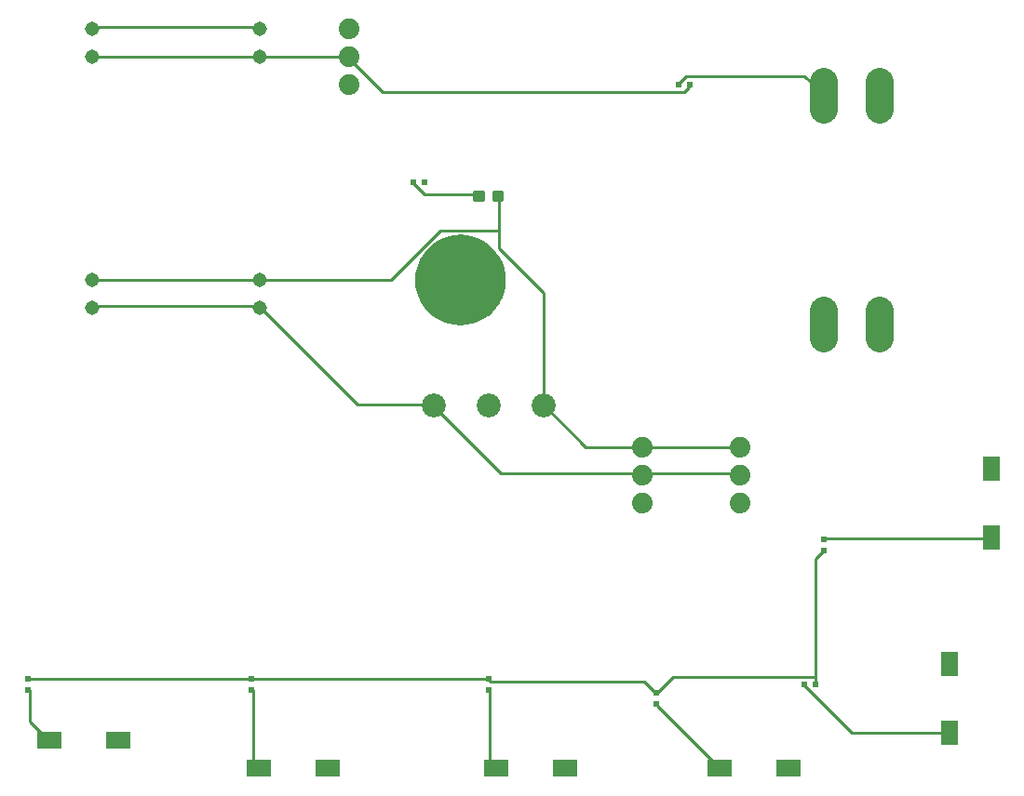
<source format=gbr>
G04 EAGLE Gerber RS-274X export*
G75*
%MOMM*%
%FSLAX34Y34*%
%LPD*%
%INTop Copper*%
%IPPOS*%
%AMOC8*
5,1,8,0,0,1.08239X$1,22.5*%
G01*
%ADD10C,0.300000*%
%ADD11C,2.540000*%
%ADD12C,1.308000*%
%ADD13C,4.572000*%
%ADD14C,1.879600*%
%ADD15R,0.600000X0.600000*%
%ADD16C,2.184400*%
%ADD17R,2.300000X1.600000*%
%ADD18R,1.600000X2.300000*%
%ADD19C,0.254000*%

G36*
X457283Y454028D02*
X457283Y454028D01*
X462505Y454371D01*
X462507Y454371D01*
X462510Y454371D01*
X462669Y454393D01*
X467802Y455414D01*
X467804Y455414D01*
X467807Y455414D01*
X467962Y455456D01*
X472917Y457139D01*
X472919Y457140D01*
X472922Y457140D01*
X473070Y457202D01*
X477764Y459517D01*
X477766Y459518D01*
X477768Y459519D01*
X477907Y459600D01*
X482258Y462507D01*
X482260Y462509D01*
X482263Y462510D01*
X482390Y462608D01*
X486324Y466058D01*
X486326Y466060D01*
X486328Y466062D01*
X486442Y466176D01*
X489892Y470110D01*
X489893Y470112D01*
X489895Y470114D01*
X489993Y470242D01*
X492900Y474593D01*
X492902Y474595D01*
X492903Y474597D01*
X492983Y474736D01*
X495298Y479430D01*
X495299Y479432D01*
X495300Y479434D01*
X495361Y479583D01*
X497044Y484538D01*
X497044Y484540D01*
X497045Y484543D01*
X497087Y484698D01*
X498107Y489831D01*
X498108Y489833D01*
X498108Y489836D01*
X498129Y489995D01*
X498472Y495217D01*
X498471Y495220D01*
X498472Y495222D01*
X498472Y495383D01*
X498129Y500605D01*
X498129Y500607D01*
X498129Y500610D01*
X498108Y500769D01*
X497087Y505902D01*
X497086Y505904D01*
X497086Y505907D01*
X497044Y506062D01*
X495362Y511017D01*
X495361Y511020D01*
X495360Y511022D01*
X495298Y511171D01*
X492984Y515864D01*
X492983Y515866D01*
X492982Y515869D01*
X492901Y516008D01*
X489994Y520359D01*
X489992Y520361D01*
X489991Y520363D01*
X489893Y520491D01*
X486442Y524425D01*
X486440Y524427D01*
X486439Y524429D01*
X486325Y524542D01*
X482391Y527993D01*
X482389Y527994D01*
X482387Y527996D01*
X482259Y528094D01*
X477908Y531001D01*
X477906Y531002D01*
X477904Y531004D01*
X477764Y531084D01*
X473071Y533398D01*
X473068Y533399D01*
X473066Y533401D01*
X472917Y533462D01*
X467962Y535144D01*
X467960Y535145D01*
X467957Y535146D01*
X467802Y535187D01*
X462669Y536208D01*
X462667Y536208D01*
X462664Y536209D01*
X462505Y536229D01*
X457283Y536572D01*
X457280Y536571D01*
X457278Y536572D01*
X457117Y536572D01*
X451895Y536229D01*
X451893Y536229D01*
X451890Y536229D01*
X451731Y536207D01*
X446598Y535187D01*
X446596Y535186D01*
X446593Y535186D01*
X446438Y535144D01*
X441483Y533461D01*
X441481Y533460D01*
X441478Y533460D01*
X441330Y533398D01*
X436636Y531083D01*
X436634Y531082D01*
X436632Y531081D01*
X436493Y531000D01*
X432142Y528093D01*
X432140Y528091D01*
X432137Y528090D01*
X432010Y527992D01*
X428076Y524542D01*
X428074Y524540D01*
X428072Y524538D01*
X427958Y524424D01*
X424508Y520490D01*
X424507Y520488D01*
X424505Y520486D01*
X424407Y520358D01*
X421500Y516007D01*
X421499Y516005D01*
X421497Y516003D01*
X421417Y515864D01*
X419102Y511170D01*
X419101Y511168D01*
X419100Y511166D01*
X419039Y511017D01*
X417356Y506062D01*
X417356Y506060D01*
X417355Y506057D01*
X417314Y505902D01*
X416293Y500769D01*
X416292Y500767D01*
X416292Y500764D01*
X416271Y500605D01*
X415968Y495992D01*
X415968Y495991D01*
X415928Y495383D01*
X415929Y495380D01*
X415928Y495378D01*
X415928Y495217D01*
X416271Y489995D01*
X416271Y489993D01*
X416271Y489990D01*
X416293Y489831D01*
X417314Y484698D01*
X417314Y484696D01*
X417314Y484693D01*
X417356Y484538D01*
X419039Y479583D01*
X419040Y479581D01*
X419040Y479578D01*
X419102Y479430D01*
X421417Y474736D01*
X421418Y474734D01*
X421419Y474732D01*
X421500Y474593D01*
X424407Y470242D01*
X424409Y470240D01*
X424410Y470237D01*
X424508Y470110D01*
X427958Y466176D01*
X427960Y466174D01*
X427962Y466172D01*
X428076Y466058D01*
X432010Y462608D01*
X432012Y462607D01*
X432014Y462605D01*
X432142Y462507D01*
X436493Y459600D01*
X436495Y459599D01*
X436497Y459597D01*
X436636Y459517D01*
X441330Y457202D01*
X441332Y457201D01*
X441334Y457200D01*
X441483Y457139D01*
X446438Y455456D01*
X446440Y455456D01*
X446443Y455455D01*
X446598Y455414D01*
X451731Y454393D01*
X451733Y454392D01*
X451736Y454392D01*
X451895Y454371D01*
X457117Y454028D01*
X457120Y454029D01*
X457122Y454028D01*
X457283Y454028D01*
G37*
D10*
X487870Y568000D02*
X487870Y575000D01*
X494870Y575000D01*
X494870Y568000D01*
X487870Y568000D01*
X487870Y570850D02*
X494870Y570850D01*
X494870Y573700D02*
X487870Y573700D01*
X470330Y575000D02*
X470330Y568000D01*
X470330Y575000D02*
X477330Y575000D01*
X477330Y568000D01*
X470330Y568000D01*
X470330Y570850D02*
X477330Y570850D01*
X477330Y573700D02*
X470330Y573700D01*
D11*
X838200Y650240D02*
X838200Y675640D01*
X787400Y675640D02*
X787400Y650240D01*
X787400Y467360D02*
X787400Y441960D01*
X838200Y441960D02*
X838200Y467360D01*
D12*
X122000Y469900D03*
X122000Y495300D03*
X274400Y469900D03*
X274400Y495300D03*
X122000Y698500D03*
X122000Y723900D03*
X274400Y698500D03*
X274400Y723900D03*
D13*
X457200Y495300D03*
D14*
X711200Y292100D03*
X711200Y317500D03*
X711200Y342900D03*
X622300Y292100D03*
X622300Y317500D03*
X622300Y342900D03*
D15*
X63500Y132000D03*
X63500Y122000D03*
X655400Y673100D03*
X665400Y673100D03*
X266700Y132000D03*
X266700Y122000D03*
X482600Y132000D03*
X482600Y122000D03*
X635000Y119300D03*
X635000Y109300D03*
X779700Y127000D03*
X769700Y127000D03*
X787400Y249000D03*
X787400Y259000D03*
D16*
X432600Y381000D03*
X482600Y381000D03*
X532600Y381000D03*
D15*
X414100Y584200D03*
X424100Y584200D03*
D17*
X82800Y76200D03*
X145800Y76200D03*
X273300Y50800D03*
X336300Y50800D03*
X489200Y50800D03*
X552200Y50800D03*
X692400Y50800D03*
X755400Y50800D03*
D18*
X901700Y82800D03*
X901700Y145800D03*
X939800Y260600D03*
X939800Y323600D03*
D14*
X355600Y723900D03*
X355600Y698500D03*
X355600Y673100D03*
D19*
X274320Y495808D02*
X123952Y495808D01*
X122000Y495300D01*
X274320Y495808D02*
X274400Y495300D01*
X274320Y725424D02*
X123952Y725424D01*
X122000Y723900D01*
X274320Y725424D02*
X274400Y723900D01*
X623824Y343408D02*
X711200Y343408D01*
X623824Y343408D02*
X622300Y342900D01*
X711200Y342900D02*
X711200Y343408D01*
X491744Y524256D02*
X491744Y540512D01*
X491744Y570992D01*
X491744Y524256D02*
X532384Y483616D01*
X532384Y382016D01*
X491744Y570992D02*
X491370Y571500D01*
X532384Y382016D02*
X532600Y381000D01*
X570992Y343408D02*
X621792Y343408D01*
X570992Y343408D02*
X534416Y379984D01*
X621792Y343408D02*
X622300Y342900D01*
X534416Y379984D02*
X532600Y381000D01*
X394208Y495808D02*
X276352Y495808D01*
X394208Y495808D02*
X438912Y540512D01*
X491744Y540512D01*
X276352Y495808D02*
X274400Y495300D01*
X274320Y699008D02*
X123952Y699008D01*
X122000Y698500D01*
X274320Y699008D02*
X274400Y698500D01*
X664464Y672592D02*
X664464Y670560D01*
X660400Y666496D01*
X386080Y666496D01*
X355600Y696976D01*
X664464Y672592D02*
X665400Y673100D01*
X355600Y696976D02*
X355600Y698500D01*
X355600Y699008D02*
X276352Y699008D01*
X274400Y698500D01*
X355600Y698500D02*
X355600Y699008D01*
X623824Y319024D02*
X711200Y319024D01*
X623824Y319024D02*
X622300Y317500D01*
X711200Y317500D02*
X711200Y319024D01*
X274320Y471424D02*
X123952Y471424D01*
X122000Y469900D01*
X274320Y471424D02*
X274400Y469900D01*
X363728Y382016D02*
X430784Y382016D01*
X363728Y382016D02*
X276352Y469392D01*
X430784Y382016D02*
X432600Y381000D01*
X276352Y469392D02*
X274400Y469900D01*
X493776Y319024D02*
X621792Y319024D01*
X493776Y319024D02*
X432816Y379984D01*
X621792Y319024D02*
X622300Y317500D01*
X432816Y379984D02*
X432600Y381000D01*
X656336Y674624D02*
X662432Y680720D01*
X770128Y680720D01*
X786384Y664464D01*
X656336Y674624D02*
X655400Y673100D01*
X786384Y664464D02*
X787400Y662940D01*
X424688Y573024D02*
X414528Y583184D01*
X424688Y573024D02*
X473456Y573024D01*
X414528Y583184D02*
X414100Y584200D01*
X473456Y573024D02*
X473830Y571500D01*
X266192Y132080D02*
X65024Y132080D01*
X63500Y132000D01*
X266192Y132080D02*
X266700Y132000D01*
X780288Y134112D02*
X780288Y241808D01*
X780288Y134112D02*
X780288Y128016D01*
X780288Y241808D02*
X786384Y247904D01*
X780288Y128016D02*
X779700Y127000D01*
X786384Y247904D02*
X787400Y249000D01*
X623824Y130048D02*
X483616Y130048D01*
X623824Y130048D02*
X633984Y119888D01*
X483616Y130048D02*
X482600Y132000D01*
X633984Y119888D02*
X635000Y119300D01*
X650240Y134112D02*
X780288Y134112D01*
X650240Y134112D02*
X636016Y119888D01*
X635000Y119300D01*
X481584Y132080D02*
X268224Y132080D01*
X266700Y132000D01*
X481584Y132080D02*
X482600Y132000D01*
X268224Y121920D02*
X268224Y54864D01*
X272288Y50800D01*
X268224Y121920D02*
X266700Y122000D01*
X272288Y50800D02*
X273300Y50800D01*
X65024Y93472D02*
X65024Y121920D01*
X65024Y93472D02*
X81280Y77216D01*
X65024Y121920D02*
X63500Y122000D01*
X81280Y77216D02*
X82800Y76200D01*
X483616Y54864D02*
X483616Y121920D01*
X483616Y54864D02*
X487680Y50800D01*
X483616Y121920D02*
X482600Y122000D01*
X487680Y50800D02*
X489200Y50800D01*
X636016Y107696D02*
X692912Y50800D01*
X636016Y107696D02*
X635000Y109300D01*
X692400Y50800D02*
X692912Y50800D01*
X770128Y125984D02*
X812800Y83312D01*
X900176Y83312D01*
X770128Y125984D02*
X769700Y127000D01*
X900176Y83312D02*
X901700Y82800D01*
X938784Y260096D02*
X788416Y260096D01*
X787400Y259000D01*
X938784Y260096D02*
X939800Y260600D01*
M02*

</source>
